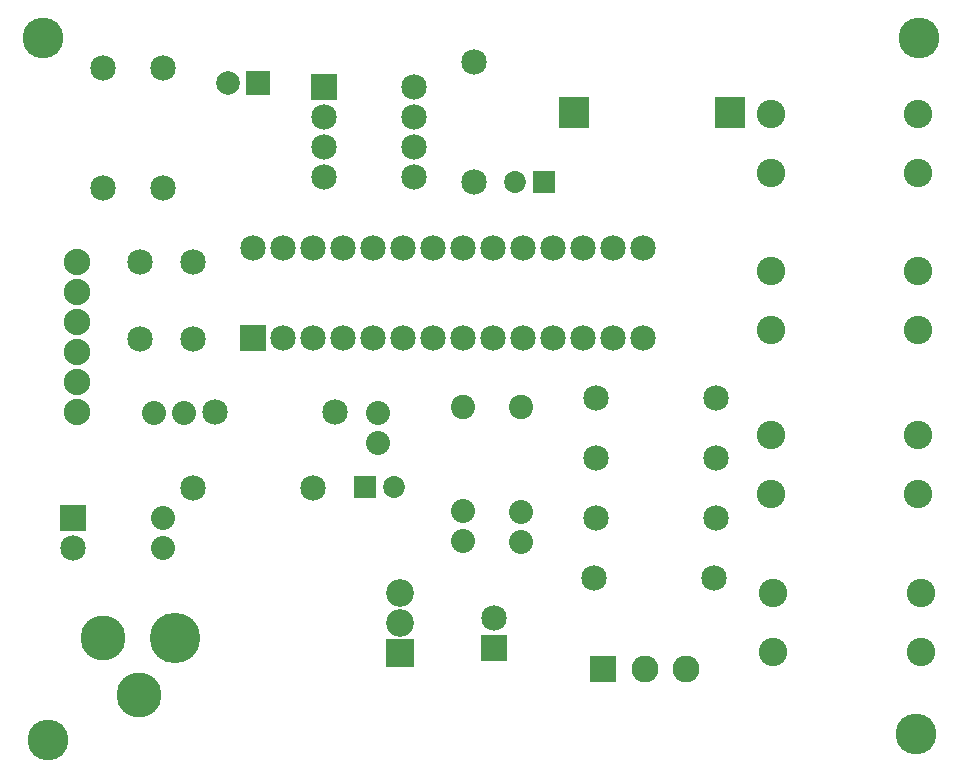
<source format=gbs>
G04 MADE WITH FRITZING*
G04 WWW.FRITZING.ORG*
G04 DOUBLE SIDED*
G04 HOLES PLATED*
G04 CONTOUR ON CENTER OF CONTOUR VECTOR*
%ASAXBY*%
%FSLAX23Y23*%
%MOIN*%
%OFA0B0*%
%SFA1.0B1.0*%
%ADD10C,0.103000*%
%ADD11C,0.088000*%
%ADD12C,0.085000*%
%ADD13C,0.080000*%
%ADD14C,0.090000*%
%ADD15C,0.092000*%
%ADD16C,0.168100*%
%ADD17C,0.150000*%
%ADD18C,0.072992*%
%ADD19C,0.080925*%
%ADD20C,0.080866*%
%ADD21C,0.079000*%
%ADD22C,0.095000*%
%ADD23C,0.135984*%
%ADD24R,0.090000X0.090000*%
%ADD25R,0.085000X0.085000*%
%ADD26R,0.092000X0.092000*%
%ADD27R,0.072992X0.072992*%
%ADD28R,0.079000X0.079000*%
%ADD29R,0.001000X0.001000*%
%LNMASK0*%
G90*
G70*
G54D10*
X1871Y2200D03*
X2391Y2200D03*
G54D11*
X212Y1202D03*
X212Y1302D03*
X212Y1402D03*
X212Y1502D03*
X212Y1602D03*
X212Y1702D03*
G54D12*
X599Y1702D03*
X599Y1446D03*
X422Y1702D03*
X422Y1446D03*
G54D13*
X569Y1198D03*
X469Y1198D03*
G54D14*
X1967Y346D03*
X2105Y346D03*
X2243Y346D03*
G54D12*
X801Y1448D03*
X801Y1748D03*
X901Y1448D03*
X901Y1748D03*
X1001Y1448D03*
X1001Y1748D03*
X1101Y1448D03*
X1101Y1748D03*
X1201Y1448D03*
X1201Y1748D03*
X1301Y1448D03*
X1301Y1748D03*
X1401Y1448D03*
X1401Y1748D03*
X1501Y1448D03*
X1501Y1748D03*
X1601Y1448D03*
X1601Y1748D03*
X1701Y1448D03*
X1701Y1748D03*
X1801Y1448D03*
X1801Y1748D03*
X1901Y1448D03*
X1901Y1748D03*
X2001Y1448D03*
X2001Y1748D03*
X2101Y1448D03*
X2101Y1748D03*
G54D15*
X1289Y400D03*
X1289Y500D03*
X1289Y600D03*
G54D16*
X541Y448D03*
G54D17*
X301Y448D03*
X421Y258D03*
G54D13*
X501Y748D03*
X501Y848D03*
G54D12*
X1602Y417D03*
X1602Y517D03*
X201Y848D03*
X201Y748D03*
G54D18*
X1172Y951D03*
X1271Y951D03*
G54D12*
X1001Y948D03*
X601Y948D03*
X674Y1201D03*
X1074Y1201D03*
G54D19*
X1692Y1218D03*
G54D20*
X1499Y1218D03*
G54D13*
X1215Y1200D03*
X1215Y1099D03*
X1501Y773D03*
X1501Y873D03*
X1693Y868D03*
X1693Y768D03*
G54D18*
X1771Y1970D03*
X1673Y1970D03*
G54D12*
X1535Y1969D03*
X1535Y2369D03*
X1037Y2286D03*
X1337Y2286D03*
X1037Y2186D03*
X1337Y2186D03*
X1037Y2086D03*
X1337Y2086D03*
X1037Y1986D03*
X1337Y1986D03*
X501Y1948D03*
X501Y2348D03*
X301Y1948D03*
X301Y2348D03*
G54D21*
X815Y2298D03*
X715Y2298D03*
G54D22*
X3017Y2196D03*
X3017Y1999D03*
X2525Y1999D03*
X2525Y2196D03*
X3017Y2196D03*
X3017Y1999D03*
X2525Y1999D03*
X2525Y2196D03*
X3017Y2196D03*
X3017Y1999D03*
X2525Y1999D03*
X2525Y2196D03*
X3017Y1672D03*
X3017Y1475D03*
X2525Y1475D03*
X2525Y1672D03*
X3017Y1672D03*
X3017Y1475D03*
X2525Y1475D03*
X2525Y1672D03*
X3017Y1672D03*
X3017Y1475D03*
X2525Y1475D03*
X2525Y1672D03*
G54D12*
X2342Y1248D03*
X1942Y1248D03*
X2342Y848D03*
X1942Y848D03*
X2342Y1048D03*
X1942Y1048D03*
X2337Y648D03*
X1937Y648D03*
G54D23*
X3021Y2448D03*
X3009Y129D03*
X101Y2448D03*
X117Y109D03*
G54D22*
X3025Y598D03*
X3025Y401D03*
X2533Y401D03*
X2533Y598D03*
X3025Y598D03*
X3025Y401D03*
X2533Y401D03*
X2533Y598D03*
X3025Y598D03*
X3025Y401D03*
X2533Y401D03*
X2533Y598D03*
X3017Y1125D03*
X3017Y928D03*
X2525Y928D03*
X2525Y1125D03*
X3017Y1125D03*
X3017Y928D03*
X2525Y928D03*
X2525Y1125D03*
X3017Y1125D03*
X3017Y928D03*
X2525Y928D03*
X2525Y1125D03*
G54D24*
X1967Y346D03*
G54D25*
X801Y1448D03*
G54D26*
X1289Y400D03*
G54D25*
X1602Y417D03*
X201Y848D03*
G54D27*
X1172Y951D03*
X1771Y1970D03*
G54D25*
X1037Y2286D03*
G54D28*
X815Y2298D03*
G54D29*
X1819Y2251D02*
X1921Y2251D01*
X2339Y2251D02*
X2441Y2251D01*
X1819Y2250D02*
X1921Y2250D01*
X2339Y2250D02*
X2441Y2250D01*
X1819Y2249D02*
X1921Y2249D01*
X2339Y2249D02*
X2441Y2249D01*
X1819Y2248D02*
X1921Y2248D01*
X2339Y2248D02*
X2441Y2248D01*
X1819Y2247D02*
X1921Y2247D01*
X2339Y2247D02*
X2441Y2247D01*
X1819Y2246D02*
X1921Y2246D01*
X2339Y2246D02*
X2441Y2246D01*
X1819Y2245D02*
X1921Y2245D01*
X2339Y2245D02*
X2441Y2245D01*
X1819Y2244D02*
X1921Y2244D01*
X2339Y2244D02*
X2441Y2244D01*
X1819Y2243D02*
X1921Y2243D01*
X2339Y2243D02*
X2441Y2243D01*
X1819Y2242D02*
X1921Y2242D01*
X2339Y2242D02*
X2441Y2242D01*
X1819Y2241D02*
X1921Y2241D01*
X2339Y2241D02*
X2441Y2241D01*
X1819Y2240D02*
X1921Y2240D01*
X2339Y2240D02*
X2441Y2240D01*
X1819Y2239D02*
X1921Y2239D01*
X2339Y2239D02*
X2441Y2239D01*
X1819Y2238D02*
X1921Y2238D01*
X2339Y2238D02*
X2441Y2238D01*
X1819Y2237D02*
X1921Y2237D01*
X2339Y2237D02*
X2441Y2237D01*
X1819Y2236D02*
X1921Y2236D01*
X2339Y2236D02*
X2441Y2236D01*
X1819Y2235D02*
X1921Y2235D01*
X2339Y2235D02*
X2441Y2235D01*
X1819Y2234D02*
X1921Y2234D01*
X2339Y2234D02*
X2441Y2234D01*
X1819Y2233D02*
X1921Y2233D01*
X2339Y2233D02*
X2441Y2233D01*
X1819Y2232D02*
X1921Y2232D01*
X2339Y2232D02*
X2441Y2232D01*
X1819Y2231D02*
X1862Y2231D01*
X1879Y2231D02*
X1921Y2231D01*
X2339Y2231D02*
X2382Y2231D01*
X2399Y2231D02*
X2441Y2231D01*
X1819Y2230D02*
X1859Y2230D01*
X1882Y2230D02*
X1921Y2230D01*
X2339Y2230D02*
X2378Y2230D01*
X2402Y2230D02*
X2441Y2230D01*
X1819Y2229D02*
X1856Y2229D01*
X1884Y2229D02*
X1921Y2229D01*
X2339Y2229D02*
X2376Y2229D01*
X2404Y2229D02*
X2441Y2229D01*
X1819Y2228D02*
X1854Y2228D01*
X1886Y2228D02*
X1921Y2228D01*
X2339Y2228D02*
X2374Y2228D01*
X2406Y2228D02*
X2441Y2228D01*
X1819Y2227D02*
X1853Y2227D01*
X1888Y2227D02*
X1921Y2227D01*
X2339Y2227D02*
X2373Y2227D01*
X2408Y2227D02*
X2441Y2227D01*
X1819Y2226D02*
X1851Y2226D01*
X1889Y2226D02*
X1921Y2226D01*
X2339Y2226D02*
X2371Y2226D01*
X2409Y2226D02*
X2441Y2226D01*
X1819Y2225D02*
X1850Y2225D01*
X1890Y2225D02*
X1921Y2225D01*
X2339Y2225D02*
X2370Y2225D01*
X2410Y2225D02*
X2441Y2225D01*
X1819Y2224D02*
X1849Y2224D01*
X1892Y2224D02*
X1921Y2224D01*
X2339Y2224D02*
X2369Y2224D01*
X2412Y2224D02*
X2441Y2224D01*
X1819Y2223D02*
X1848Y2223D01*
X1893Y2223D02*
X1921Y2223D01*
X2339Y2223D02*
X2368Y2223D01*
X2413Y2223D02*
X2441Y2223D01*
X1819Y2222D02*
X1847Y2222D01*
X1894Y2222D02*
X1921Y2222D01*
X2339Y2222D02*
X2367Y2222D01*
X2414Y2222D02*
X2441Y2222D01*
X1819Y2221D02*
X1846Y2221D01*
X1895Y2221D02*
X1921Y2221D01*
X2339Y2221D02*
X2366Y2221D01*
X2414Y2221D02*
X2441Y2221D01*
X1819Y2220D02*
X1845Y2220D01*
X1895Y2220D02*
X1921Y2220D01*
X2339Y2220D02*
X2365Y2220D01*
X2415Y2220D02*
X2441Y2220D01*
X1819Y2219D02*
X1844Y2219D01*
X1896Y2219D02*
X1921Y2219D01*
X2339Y2219D02*
X2364Y2219D01*
X2416Y2219D02*
X2441Y2219D01*
X1819Y2218D02*
X1843Y2218D01*
X1897Y2218D02*
X1921Y2218D01*
X2339Y2218D02*
X2363Y2218D01*
X2417Y2218D02*
X2441Y2218D01*
X1819Y2217D02*
X1843Y2217D01*
X1898Y2217D02*
X1921Y2217D01*
X2339Y2217D02*
X2363Y2217D01*
X2417Y2217D02*
X2441Y2217D01*
X1819Y2216D02*
X1842Y2216D01*
X1898Y2216D02*
X1921Y2216D01*
X2339Y2216D02*
X2362Y2216D01*
X2418Y2216D02*
X2441Y2216D01*
X1819Y2215D02*
X1842Y2215D01*
X1899Y2215D02*
X1921Y2215D01*
X2339Y2215D02*
X2362Y2215D01*
X2419Y2215D02*
X2441Y2215D01*
X1819Y2214D02*
X1841Y2214D01*
X1899Y2214D02*
X1921Y2214D01*
X2339Y2214D02*
X2361Y2214D01*
X2419Y2214D02*
X2441Y2214D01*
X1819Y2213D02*
X1841Y2213D01*
X1900Y2213D02*
X1921Y2213D01*
X2339Y2213D02*
X2361Y2213D01*
X2420Y2213D02*
X2441Y2213D01*
X1819Y2212D02*
X1840Y2212D01*
X1900Y2212D02*
X1921Y2212D01*
X2339Y2212D02*
X2360Y2212D01*
X2420Y2212D02*
X2441Y2212D01*
X1819Y2211D02*
X1840Y2211D01*
X1900Y2211D02*
X1921Y2211D01*
X2339Y2211D02*
X2360Y2211D01*
X2420Y2211D02*
X2441Y2211D01*
X1819Y2210D02*
X1840Y2210D01*
X1901Y2210D02*
X1921Y2210D01*
X2339Y2210D02*
X2359Y2210D01*
X2421Y2210D02*
X2441Y2210D01*
X1819Y2209D02*
X1839Y2209D01*
X1901Y2209D02*
X1921Y2209D01*
X2339Y2209D02*
X2359Y2209D01*
X2421Y2209D02*
X2441Y2209D01*
X1819Y2208D02*
X1839Y2208D01*
X1901Y2208D02*
X1921Y2208D01*
X2339Y2208D02*
X2359Y2208D01*
X2421Y2208D02*
X2441Y2208D01*
X1819Y2207D02*
X1839Y2207D01*
X1902Y2207D02*
X1921Y2207D01*
X2339Y2207D02*
X2359Y2207D01*
X2421Y2207D02*
X2441Y2207D01*
X1819Y2206D02*
X1839Y2206D01*
X1902Y2206D02*
X1921Y2206D01*
X2339Y2206D02*
X2359Y2206D01*
X2422Y2206D02*
X2441Y2206D01*
X1819Y2205D02*
X1839Y2205D01*
X1902Y2205D02*
X1921Y2205D01*
X2339Y2205D02*
X2358Y2205D01*
X2422Y2205D02*
X2441Y2205D01*
X1819Y2204D02*
X1838Y2204D01*
X1902Y2204D02*
X1921Y2204D01*
X2339Y2204D02*
X2358Y2204D01*
X2422Y2204D02*
X2441Y2204D01*
X1819Y2203D02*
X1838Y2203D01*
X1902Y2203D02*
X1921Y2203D01*
X2339Y2203D02*
X2358Y2203D01*
X2422Y2203D02*
X2441Y2203D01*
X1819Y2202D02*
X1838Y2202D01*
X1902Y2202D02*
X1921Y2202D01*
X2339Y2202D02*
X2358Y2202D01*
X2422Y2202D02*
X2441Y2202D01*
X1819Y2201D02*
X1838Y2201D01*
X1902Y2201D02*
X1921Y2201D01*
X2339Y2201D02*
X2358Y2201D01*
X2422Y2201D02*
X2441Y2201D01*
X1819Y2200D02*
X1838Y2200D01*
X1902Y2200D02*
X1921Y2200D01*
X2339Y2200D02*
X2358Y2200D01*
X2422Y2200D02*
X2441Y2200D01*
X1819Y2199D02*
X1838Y2199D01*
X1902Y2199D02*
X1921Y2199D01*
X2339Y2199D02*
X2358Y2199D01*
X2422Y2199D02*
X2441Y2199D01*
X1819Y2198D02*
X1838Y2198D01*
X1902Y2198D02*
X1921Y2198D01*
X2339Y2198D02*
X2358Y2198D01*
X2422Y2198D02*
X2441Y2198D01*
X1819Y2197D02*
X1838Y2197D01*
X1902Y2197D02*
X1921Y2197D01*
X2339Y2197D02*
X2358Y2197D01*
X2422Y2197D02*
X2441Y2197D01*
X1819Y2196D02*
X1839Y2196D01*
X1902Y2196D02*
X1921Y2196D01*
X2339Y2196D02*
X2358Y2196D01*
X2422Y2196D02*
X2441Y2196D01*
X1819Y2195D02*
X1839Y2195D01*
X1902Y2195D02*
X1921Y2195D01*
X2339Y2195D02*
X2359Y2195D01*
X2422Y2195D02*
X2441Y2195D01*
X1819Y2194D02*
X1839Y2194D01*
X1902Y2194D02*
X1921Y2194D01*
X2339Y2194D02*
X2359Y2194D01*
X2421Y2194D02*
X2441Y2194D01*
X1819Y2193D02*
X1839Y2193D01*
X1901Y2193D02*
X1921Y2193D01*
X2339Y2193D02*
X2359Y2193D01*
X2421Y2193D02*
X2441Y2193D01*
X1819Y2192D02*
X1839Y2192D01*
X1901Y2192D02*
X1921Y2192D01*
X2339Y2192D02*
X2359Y2192D01*
X2421Y2192D02*
X2441Y2192D01*
X1819Y2191D02*
X1840Y2191D01*
X1901Y2191D02*
X1921Y2191D01*
X2339Y2191D02*
X2359Y2191D01*
X2421Y2191D02*
X2441Y2191D01*
X1819Y2190D02*
X1840Y2190D01*
X1900Y2190D02*
X1921Y2190D01*
X2339Y2190D02*
X2360Y2190D01*
X2420Y2190D02*
X2441Y2190D01*
X1819Y2189D02*
X1840Y2189D01*
X1900Y2189D02*
X1921Y2189D01*
X2339Y2189D02*
X2360Y2189D01*
X2420Y2189D02*
X2441Y2189D01*
X1819Y2188D02*
X1841Y2188D01*
X1900Y2188D02*
X1921Y2188D01*
X2339Y2188D02*
X2361Y2188D01*
X2420Y2188D02*
X2441Y2188D01*
X1819Y2187D02*
X1841Y2187D01*
X1899Y2187D02*
X1921Y2187D01*
X2339Y2187D02*
X2361Y2187D01*
X2419Y2187D02*
X2441Y2187D01*
X1819Y2186D02*
X1842Y2186D01*
X1899Y2186D02*
X1921Y2186D01*
X2339Y2186D02*
X2362Y2186D01*
X2419Y2186D02*
X2441Y2186D01*
X1819Y2185D02*
X1842Y2185D01*
X1898Y2185D02*
X1921Y2185D01*
X2339Y2185D02*
X2362Y2185D01*
X2418Y2185D02*
X2441Y2185D01*
X1819Y2184D02*
X1843Y2184D01*
X1898Y2184D02*
X1921Y2184D01*
X2339Y2184D02*
X2363Y2184D01*
X2417Y2184D02*
X2441Y2184D01*
X1819Y2183D02*
X1843Y2183D01*
X1897Y2183D02*
X1921Y2183D01*
X2339Y2183D02*
X2363Y2183D01*
X2417Y2183D02*
X2441Y2183D01*
X1819Y2182D02*
X1844Y2182D01*
X1896Y2182D02*
X1921Y2182D01*
X2339Y2182D02*
X2364Y2182D01*
X2416Y2182D02*
X2441Y2182D01*
X1819Y2181D02*
X1845Y2181D01*
X1895Y2181D02*
X1921Y2181D01*
X2339Y2181D02*
X2365Y2181D01*
X2415Y2181D02*
X2441Y2181D01*
X1819Y2180D02*
X1846Y2180D01*
X1895Y2180D02*
X1921Y2180D01*
X2339Y2180D02*
X2366Y2180D01*
X2414Y2180D02*
X2441Y2180D01*
X1819Y2179D02*
X1847Y2179D01*
X1894Y2179D02*
X1921Y2179D01*
X2339Y2179D02*
X2367Y2179D01*
X2414Y2179D02*
X2441Y2179D01*
X1819Y2178D02*
X1848Y2178D01*
X1893Y2178D02*
X1921Y2178D01*
X2339Y2178D02*
X2368Y2178D01*
X2413Y2178D02*
X2441Y2178D01*
X1819Y2177D02*
X1849Y2177D01*
X1892Y2177D02*
X1921Y2177D01*
X2339Y2177D02*
X2369Y2177D01*
X2412Y2177D02*
X2441Y2177D01*
X1819Y2176D02*
X1850Y2176D01*
X1891Y2176D02*
X1921Y2176D01*
X2339Y2176D02*
X2370Y2176D01*
X2410Y2176D02*
X2441Y2176D01*
X1819Y2175D02*
X1851Y2175D01*
X1889Y2175D02*
X1921Y2175D01*
X2339Y2175D02*
X2371Y2175D01*
X2409Y2175D02*
X2441Y2175D01*
X1819Y2174D02*
X1853Y2174D01*
X1888Y2174D02*
X1921Y2174D01*
X2339Y2174D02*
X2372Y2174D01*
X2408Y2174D02*
X2441Y2174D01*
X1819Y2173D02*
X1854Y2173D01*
X1886Y2173D02*
X1921Y2173D01*
X2339Y2173D02*
X2374Y2173D01*
X2406Y2173D02*
X2441Y2173D01*
X1819Y2172D02*
X1856Y2172D01*
X1884Y2172D02*
X1921Y2172D01*
X2339Y2172D02*
X2376Y2172D01*
X2404Y2172D02*
X2441Y2172D01*
X1819Y2171D02*
X1858Y2171D01*
X1882Y2171D02*
X1921Y2171D01*
X2339Y2171D02*
X2378Y2171D01*
X2402Y2171D02*
X2441Y2171D01*
X1819Y2170D02*
X1862Y2170D01*
X1879Y2170D02*
X1921Y2170D01*
X2339Y2170D02*
X2382Y2170D01*
X2399Y2170D02*
X2441Y2170D01*
X1819Y2169D02*
X1921Y2169D01*
X2339Y2169D02*
X2441Y2169D01*
X1819Y2168D02*
X1921Y2168D01*
X2339Y2168D02*
X2441Y2168D01*
X1819Y2167D02*
X1921Y2167D01*
X2339Y2167D02*
X2441Y2167D01*
X1819Y2166D02*
X1921Y2166D01*
X2339Y2166D02*
X2441Y2166D01*
X1819Y2165D02*
X1921Y2165D01*
X2339Y2165D02*
X2441Y2165D01*
X1819Y2164D02*
X1921Y2164D01*
X2339Y2164D02*
X2441Y2164D01*
X1819Y2163D02*
X1921Y2163D01*
X2339Y2163D02*
X2441Y2163D01*
X1819Y2162D02*
X1921Y2162D01*
X2339Y2162D02*
X2441Y2162D01*
X1819Y2161D02*
X1921Y2161D01*
X2339Y2161D02*
X2441Y2161D01*
X1819Y2160D02*
X1921Y2160D01*
X2339Y2160D02*
X2441Y2160D01*
X1819Y2159D02*
X1921Y2159D01*
X2339Y2159D02*
X2441Y2159D01*
X1819Y2158D02*
X1921Y2158D01*
X2339Y2158D02*
X2441Y2158D01*
X1819Y2157D02*
X1921Y2157D01*
X2339Y2157D02*
X2441Y2157D01*
X1819Y2156D02*
X1921Y2156D01*
X2339Y2156D02*
X2441Y2156D01*
X1819Y2155D02*
X1921Y2155D01*
X2339Y2155D02*
X2441Y2155D01*
X1819Y2154D02*
X1921Y2154D01*
X2339Y2154D02*
X2441Y2154D01*
X1819Y2153D02*
X1921Y2153D01*
X2339Y2153D02*
X2441Y2153D01*
X1819Y2152D02*
X1921Y2152D01*
X2339Y2152D02*
X2441Y2152D01*
X1819Y2151D02*
X1921Y2151D01*
X2339Y2151D02*
X2441Y2151D01*
X1819Y2150D02*
X1921Y2150D01*
X2339Y2150D02*
X2441Y2150D01*
X1820Y2149D02*
X1921Y2149D01*
X2340Y2149D02*
X2441Y2149D01*
D02*
G04 End of Mask0*
M02*
</source>
